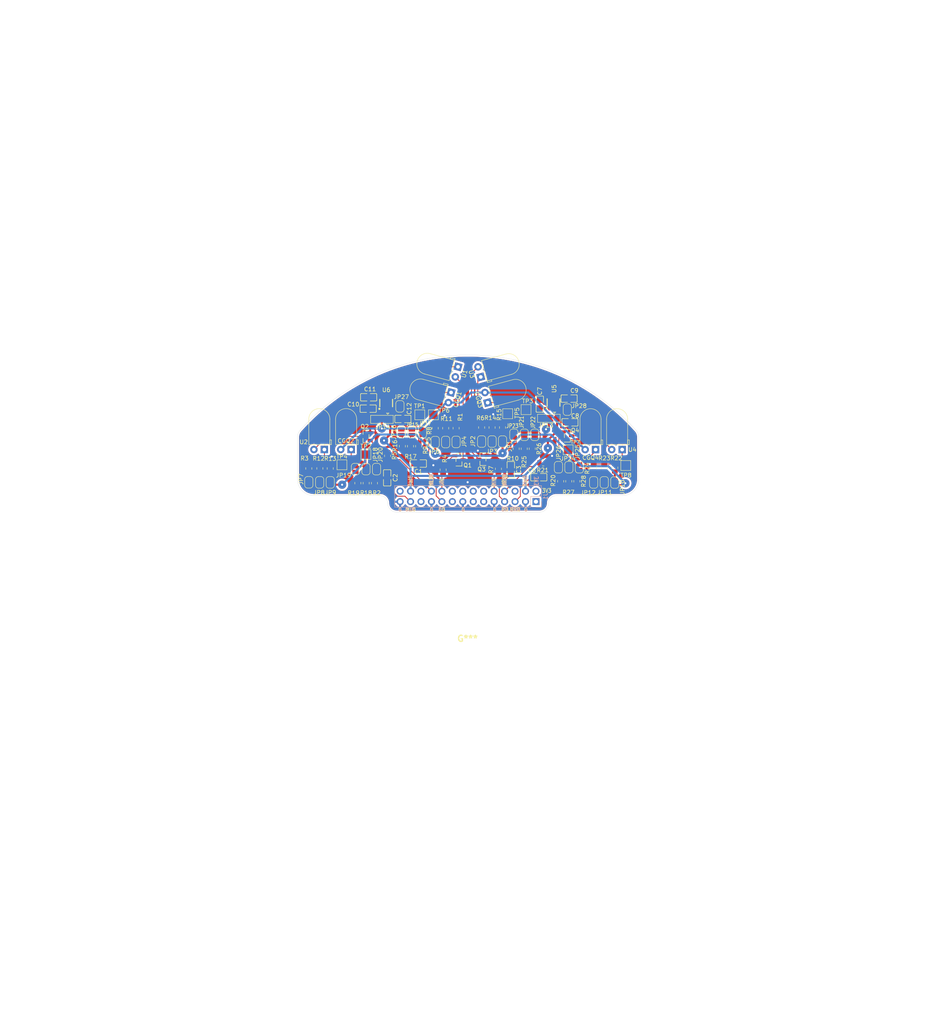
<source format=kicad_pcb>
(kicad_pcb (version 20240108) (generator "pcbnew") (generator_version "8.0")
  (layers (0 "F.Cu" power) (31 "B.Cu" signal) (34 "B.Paste" user) (35 "F.Paste" user) (36 "B.SilkS" user "B.Silkscreen") (37 "F.SilkS" user "F.Silkscreen") (38 "B.Mask" user) (39 "F.Mask" user) (44 "Edge.Cuts" user))
  (net 0 "")
  (net 1 "/Batt")
  (net 10 "GND")
  (net 11 "Net-(U1-A)")
  (net 12 "/Left output")
  (net 13 "/Right output")
  (net 14 "Net-(Q1-C)")
  (net 15 "Net-(Q1-B)")
  (net 16 "Net-(Q2-B)")
  (net 17 "Net-(Q2-C)")
  (net 18 "Net-(Q3-C)")
  (net 19 "Net-(Q3-B)")
  (net 22 "/Left input")
  (net 23 "/Right input")
  (net 24 "Net-(CGQ1-E)")
  (net 25 "Net-(CGQ2-E)")
  (net 26 "Net-(CGQ3-E)")
  (net 27 "Net-(U2-A)")
  (net 28 "Net-(U3-A)")
  (net 29 "Net-(JP1-A)")
  (net 30 "Net-(JP2-A)")
  (net 31 "Net-(JP3-A)")
  (net 32 "Net-(JP4-A)")
  (net 33 "Net-(JP5-A)")
  (net 34 "Net-(JP6-A)")
  (net 35 "Net-(JP7-A)")
  (net 36 "Net-(JP8-A)")
  (net 37 "Net-(JP9-A)")
  (net 38 "/Middle Left output")
  (net 39 "/Middle Left input")
  (net 40 "Net-(CGQ4-E)")
  (net 41 "/Middle Right output")
  (net 42 "Net-(JP10-A)")
  (net 43 "Net-(JP11-A)")
  (net 44 "Net-(JP12-A)")
  (net 45 "Net-(Q4-C)")
  (net 46 "Net-(Q4-B)")
  (net 47 "/Middle Right input")
  (net 48 "Net-(U4-A)")
  (net 51 "/3V3")
  (net 52 "/DetectorIn")
  (net 53 "/EmitterRegulated")
  (net 54 "/DetectorRegulated")
  (net 55 "Net-(U5-C-)")
  (net 56 "Net-(U5-C+)")
  (net 57 "Net-(U6-C-)")
  (net 58 "Net-(U6-C+)")
  (net 59 "/EmitterIn")
  (net 60 "Net-(JP15-A)")
  (net 61 "Net-(JP16-A)")
  (net 62 "Net-(JP17-A)")
  (net 63 "Net-(JP18-A)")
  (net 64 "Net-(JP19-A)")
  (net 65 "Net-(JP20-A)")
  (net 66 "Net-(JP21-A)")
  (net 67 "Net-(JP22-A)")
  (net 68 "Net-(JP23-A)")
  (net 69 "Net-(JP24-A)")
  (net 70 "Net-(JP25-A)")
  (net 71 "Net-(JP26-A)")
  (net 72 "Net-(JP27-B)")
  (net 73 "Net-(JP28-B)")
  (footprint "Resistor_SMD:R_0805_2012Metric" (layer "F.Cu") (at 219.749151 58.987197 90)
    (property "Reference" "R24")
    (property "Value" "68")
  )
  (footprint "easyeda2kicad:C0805" (layer "F.Cu") (at 213.788521 42.200261)
    (property "Reference" "C9")
    (property "Value" "2.2u")
  )
  (footprint "easyeda2kicad:C0805" (layer "F.Cu") (at 177.157605 57.955911)
    (property "Reference" "C1")
    (property "Value" "0.1u")
  )
  (footprint "TestPoint:TestPoint_Pad_2.0x2.0mm" (layer "F.Cu") (at 198.850987 45.871692)
    (property "Reference" "TP5")
    (property "Value" "TestPoint")
  )
  (footprint "Resistor_SMD:R_0805_2012Metric" (layer "F.Cu") (at 213.702336 62.266875 -90)
    (property "Reference" "R27")
    (property "Value" "150")
  )
  (footprint "TestPoint:TestPoint_Pad_2.0x2.0mm" (layer "F.Cu") (at 177.495182 46.137808)
    (property "Reference" "TP1")
    (property "Value" "TestPoint")
  )
  (footprint "Resistor_SMD:R_0805_2012Metric" (layer "F.Cu") (at 166.478154 62.723722 -90)
    (property "Reference" "R2")
    (property "Value" "1k")
  )
  (footprint "easyeda2kicad:C0805" (layer "F.Cu") (at 213.99454 47.967358)
    (property "Reference" "C8")
    (property "Value" "10u")
  )
  (footprint "TestPoint:TestPoint_Pad_2.0x2.0mm" (layer "F.Cu") (at 158.577599 58.268183)
    (property "Reference" "TP4")
    (property "Value" "TestPoint")
  )
  (footprint "Resistor_SMD:R_0805_2012Metric" (layer "F.Cu") (at 164.467929 62.720801 -90)
    (property "Reference" "R18")
    (property "Value" "150")
  )
  (footprint "Resistor_SMD:R_0805_2012Metric" (layer "F.Cu") (at 224.894143 58.998158 90)
    (property "Reference" "R22")
    (property "Value" "68")
  )
  (footprint "Resistor_SMD:R_0805_2012Metric" (layer "F.Cu") (at 183.784976 49.379539 90)
    (property "Reference" "R11")
    (property "Value" "68")
  )
  (footprint "Jumper:SolderJumper-2_P1.3mm_Open_RoundedPad1.0x1.5mm" (layer "F.Cu") (at 202.898175 50.991425 90)
    (property "Reference" "JP21")
    (property "Value" "SolderJumper_2_Open")
  )
  (footprint "easyeda2kicad:C0805" (layer "F.Cu") (at 206.418225 61.284732 180)
    (property "Reference" "C6")
    (property "Value" "0.1u")
  )
  (footprint "LOGO" (layer "F.Cu") (at 189.105038 100.464602)
    (property "Reference" "G***")
    (property "Value" "LOGO" (hide yes))
  )
  (footprint "Jumper:SolderJumper-2_P1.3mm_Open_RoundedPad1.0x1.5mm" (layer "F.Cu") (at 205.438175 50.991425 90)
    (property "Reference" "JP22")
    (property "Value" "SolderJumper_2_Open")
  )
  (footprint "easyeda2kicad:C0805" (layer "F.Cu") (at 173.387391 47.144562)
    (property "Reference" "C12")
    (property "Value" "10u")
  )
  (footprint "Resistor_SMD:R_0805_2012Metric" (layer "F.Cu") (at 173.265018 53.749309 -90)
    (property "Reference" "R16")
    (property "Value" "560")
  )
  (footprint "easyeda2kicad:C0805" (layer "F.Cu") (at 164.95319 44.644623 180)
    (property "Reference" "C10")
    (property "Value" "10u")
  )
  (footprint "Jumper:SolderJumper-2_P1.3mm_Open_RoundedPad1.0x1.5mm" (layer "F.Cu") (at 172.670081 44.092898 90)
    (property "Reference" "JP27")
    (property "Value" "SolderJumper_2_Open")
  )
  (footprint "Jumper:SolderJumper-2_P1.3mm_Open_RoundedPad1.0x1.5mm" (layer "F.Cu") (at 216.276393 58.858259 90)
    (property "Reference" "JP25")
    (property "Value" "SolderJumper_2_Open")
  )
  (footprint "LED_THT:LED_D5.0mm_Horizontal_O1.27mm_Z3.0mm" (layer "F.Cu") (at 160.8252 54.55903 180)
    (property "Reference" "CGQ2")
    (property "Value" "PT333-3B_C5134")
  )
  (footprint "Resistor_SMD:R_0805_2012Metric" (layer "F.Cu") (at 153.213624 59.15026 90)
    (property "Reference" "R12")
    (property "Value" "68")
  )
  (footprint "LED_THT:LED_D5.0mm_Horizontal_O1.27mm_Z3.0mm" (layer "F.Cu") (at 226.680404 54.574658 180)
    (property "Reference" "U4")
    (property "Value" "IR333-A_C264290")
  )
  (footprint "Jumper:SolderJumper-3_P2.0mm_Open_TrianglePad1.0x1.5mm" (layer "F.Cu") (at 208.860091 46.955193 180)
    (property "Reference" "JP13")
    (property "Value" "SolderJumper_3_Open")
  )
  (footprint "Jumper:SolderJumper-2_P1.3mm_Open_RoundedPad1.0x1.5mm" (layer "F.Cu") (at 175.574187 50.362991 90)
    (property "Reference" "JP15")
    (property "Value" "SolderJumper_2_Open")
  )
  (footprint "Jumper:SolderJumper-2_P1.3mm_Open_RoundedPad1.0x1.5mm" (layer "F.Cu") (at 213.345599 44.871379 90)
    (property "Reference" "JP28")
    (property "Value" "SolderJumper_2_Open")
  )
  (footprint "LED_THT:LED_D5.0mm_Horizontal_O1.27mm_Z3.0mm" (layer "F.Cu") (at 193.991153 43.176498 105)
    (property "Reference" "CGQ3")
    (property "Value" "PT333-3B_C5134")
  )
  (footprint "TestPoint:TestPoint_Pad_2.0x2.0mm" (layer "F.Cu") (at 213.552848 54.632582)
    (property "Reference" "TP7")
    (property "Value" "TestPoint")
  )
  (footprint "Jumper:SolderJumper-2_P1.3mm_Open_RoundedPad1.0x1.5mm" (layer "F.Cu") (at 166.986485 59.323073 90)
    (property "Reference" "JP20")
    (property "Value" "SolderJumper_2_Open")
  )
  (footprint "Jumper:SolderJumper-2_P1.3mm_Open_RoundedPad1.0x1.5mm" (layer "F.Cu") (at 150.523881 62.518402 -90)
    (property "Reference" "JP7")
    (property "Value" "SolderJumper_2_Open")
  )
  (footprint "easyeda2kicad:SOT-23-6_L2.9-W1.6-P0.95-LS2.8-BR" (layer "F.Cu") (at 210.001087 43.148323 -90)
    (property "Reference" "U5")
    (property "Value" "TX4310B")
  )
  (footprint "easyeda2kicad:SOT-23-3_L2.9-W1.3-P1.90-LS2.4-BR" (layer "F.Cu") (at 192.845106 56.894032)
    (property "Reference" "Q3")
    (property "Value" "SS8050_C2150")
  )
  (footprint "TestPoint:TestPoint_Pad_2.0x2.0mm" (layer "F.Cu") (at 227.548922 58.444061)
    (property "Reference" "TP8")
    (property "Value" "TestPoint")
  )
  (footprint "easyeda2kicad:SOT-23-3_L2.9-W1.3-P1.90-LS2.4-BR" (layer "F.Cu") (at 187.021166 57.038458 180)
    (property "Reference" "Q1")
    (property "Value" "SS8050_C2150")
  )
  (footprint "Resistor_SMD:R_0805_2012Metric" (layer "F.Cu") (at 195.064381 49.216876 90)
    (property "Reference" "R14")
    (property "Value" "68")
  )
  (footprint "Jumper:SolderJumper-2_P1.3mm_Open_RoundedPad1.0x1.5mm" (layer "F.Cu") (at 164.423382 59.318028 90)
    (property "Reference" "JP18")
    (property "Value" "SolderJumper_2_Open")
  )
  (footprint "Resistor_SMD:R_0805_2012Metric" (layer "F.Cu") (at 197.604381 49.216876 90)
    (property "Reference" "R15")
    (property "Value" "68")
  )
  (footprint "Resistor_SMD:R_0805_2012Metric" (layer "F.Cu") (at 207.474359 57.819683)
    (property "Reference" "R21")
    (property "Value" "100")
  )
  (footprint "TestPoint:TestPoint_Pad_2.0x2.0mm" (layer "F.Cu") (at 164.406353 55.779019)
    (property "Reference" "TP2")
    (property "Value" "TestPoint")
  )
  (footprint "Jumper:SolderJumper-2_P1.3mm_Open_RoundedPad1.0x1.5mm" (layer "F.Cu") (at 224.888835 62.570004 -90)
    (property "Reference" "JP10")
    (property "Value" "SolderJumper_2_Open")
  )
  (footprint "Resistor_SMD:R_0805_2012Metric" (layer "F.Cu") (at 215.662979 62.266875 -90)
    (property "Reference" "R28")
    (property "Value" "560")
  )
  (footprint "Resistor_SMD:R_0805_2012Metric" (layer "F.Cu") (at 175.241983 53.754354 -90)
    (property "Reference" "R17")
    (property "Value" "150")
  )
  (footprint "Jumper:SolderJumper-2_P1.3mm_Open_RoundedPad1.0x1.5mm" (layer "F.Cu") (at 183.777636 52.743571 -90)
    (property "Reference" "JP6")
    (property "Value" "SolderJumper_2_Open")
  )
  (footprint "Resistor_SMD:R_0805_2012Metric" (layer "F.Cu") (at 162.447215 62.720801 -90)
    (property "Reference" "R19")
    (property "Value" "560")
  )
  (footprint "Jumper:SolderJumper-3_P2.0mm_Open_TrianglePad1.0x1.5mm" (layer "F.Cu") (at 168.298639 47.215159 180)
    (property "Reference" "JP14")
    (property "Value" "SolderJumper_3_Open")
  )
  (footprint "LED_THT:LED_D5.0mm_Horizontal_O1.27mm_Z3.0mm" (layer "F.Cu") (at 220.223258 54.580179 180)
    (property "Reference" "CGQ4")
    (property "Value" "PT333-3B_C5134")
  )
  (footprint "Resistor_SMD:R_0805_2012Metric" (layer "F.Cu") (at 150.523878 59.160971 90)
    (property "Reference" "R3")
    (property "Value" "68")
  )
  (footprint "LED_THT:LED_D5.0mm_Horizontal_O1.27mm_Z3.0mm" (layer "F.Cu") (at 192.309943 36.940771 105)
    (property "Reference" "U3")
    (property "Value" "IR333-A_C264290")
  )
  (footprint "easyeda2kicad:C0805" (layer "F.Cu") (at 165.067315 41.884507)
    (property "Reference" "C11")
    (property "Value" "2.2u")
  )
  (footprint "TestPoint:TestPoint_Pad_2.0x2.0mm" (layer "F.Cu") (at 203.320966 44.875525)
    (property "Reference" "TP3")
    (property "Value" "TestPoint")
  )
  (footprint "LED_THT:LED_D5.0mm_Horizontal_O1.27mm_Z3.0mm" (layer "F.Cu") (at 186.784954 34.473617 -105)
    (property "Reference" "U1")
    (property "Value" "IR333-A_C264290")
  )
  (footprint "Jumper:SolderJumper-2_P1.3mm_Open_RoundedPad1.0x1.5mm" (layer "F.Cu") (at 213.736393 58.858259 90)
    (property "Reference" "JP24")
    (property "Value" "SolderJumper_2_Open")
  )
  (footprint "Resistor_SMD:R_0805_2012Metric" (layer "F.Cu") (at 192.524381 49.216876 90)
    (property "Reference" "R6")
    (property "Value" "68")
  )
  (footprint "TestPoint:TestPoint_Pad_2.0x2.0mm" (layer "F.Cu") (at 180.805512 46.137808)
    (property "Reference" "TP6")
    (property "Value" "TestPoint")
  )
  (footprint "easyeda2kicad:C0805" (layer "F.Cu") (at 199.61414 59.447197 -90)
    (property "Reference" "C3")
    (property "Value" "0.1u")
  )
  (footprint "Jumper:SolderJumper-2_P1.3mm_Open_RoundedPad1.0x1.5mm" (layer "F.Cu") (at 173.014404 50.357547 90)
    (property "Reference" "JP16")
    (property "Value" "SolderJumper_2_Open")
  )
  (footprint "LED_THT:LED_D5.0mm_Horizontal_O1.27mm_Z3.0mm" (layer "F.Cu") (at 185.103013 40.711603 -105)
    (property "Reference" "CGQ1")
    (property "Value" "PT333-3B_C5134")
  )
  (footprint "LED_THT:LED_D5.0mm_Horizontal_O1.27mm_Z3.0mm" (layer "F.Cu") (at 154.311726 54.56304 180)
    (property "Reference" "U2")
    (property "Value" "IR333-A_C264290")
  )
  (footprint "Jumper:SolderJumper-2_P1.3mm_Open_RoundedPad1.0x1.5mm" (layer "F.Cu") (at 192.524381 52.620813 -90)
    (property "Reference" "JP2")
    (property "Value" "SolderJumper_2_Open")
  )
  (footprint "easyeda2kicad:SOT-23-6_L2.9-W1.6-P0.95-LS2.8-BR" (layer "F.Cu") (at 169.328866 43.280959 -90)
    (property "Reference" "U6")
    (property "Value" "TX4310B")
  )
  (footprint "Resistor_SMD:R_0805_2012Metric" (layer "F.Cu") (at 200.921048 54.371444 -90)
    (property "Reference" "R10")
    (property "Value" "1k")
  )
  (footprint "easyeda2kicad:C0805" (layer "F.Cu") (at 169.568741 61.435233 -90)
    (property "Reference" "C2")
    (property "Value" "0.1u")
  )
  (footprint "Jumper:SolderJumper-2_P1.3mm_Open_RoundedPad1.0x1.5mm" (layer "F.Cu") (at 186.317633 52.717653 -90)
    (property "Reference" "JP4")
    (property "Value" "SolderJumper_2_Open")
  )
  (footprint "Resistor_SMD:R_0805_2012Metric" (layer "F.Cu") (at 211.732221 62.270092 -90)
    (property "Reference" "R20")
    (property "Value" "1k")
  )
  (footprint "Jumper:SolderJumper-2_P1.3mm_Open_RoundedPad1.0x1.5mm" (layer "F.Cu") (at 222.321647 62.549115 -90)
    (property "Reference" "JP11")
    (property "Value" "SolderJumper_2_Open")
  )
  (footprint "Jumper:SolderJumper-2_P1.3mm_Open_RoundedPad1.0x1.5mm" (layer "F.Cu") (at 197.612196 52.631499 -90)
    (property "Reference" "JP1")
    (property "Value" "SolderJumper_2_Open")
  )
  (footprint "Resistor_SMD:R_0805_2012Metric" (layer "F.Cu") (at 177.212707 53.755015 -90)
    (property "Reference" "R9")
    (property "Value" "1k")
  )
  (footprint "Resistor_SMD:R_0805_2012Metric" (layer "F.Cu") (at 169.670872 56.10044 90)
    (property "Reference" "R5")
    (property "Value" "100")
  )
  (footprint "Resistor_SMD:R_0805_2012Metric" (layer "F.Cu") (at 155.736343 59.161779 90)
    (property "Reference" "R13")
    (property "Value" "68")
  )
  (footprint "Resistor_SMD:R_0805_2012Metric" (layer "F.Cu") (at 202.87547 54.370105 -90)
    (property "Reference" "R25")
    (property "Value" "150")
  )
  (footprint "Resistor_SMD:R_0805_2012Metric" (layer "F.Cu") (at 204.826831 54.370105 -90)
    (property "Reference" "R26")
    (property "Value" "560")
  )
  (footprint "Jumper:SolderJumper-2_P1.3mm_Open_RoundedPad1.0x1.5mm" (layer "F.Cu") (at 153.167552 62.540238 -90)
    (property "Reference" "JP8")
    (property "Value" "SolderJumper_2_Open")
  )
  (footprint "Jumper:SolderJumper-2_P1.3mm_Open_RoundedPad1.0x1.5mm" (layer "F.Cu") (at 155.733468 62.542279 -90)
    (property "Reference" "JP9")
    (property "Value" "SolderJumper_2_Open")
  )
  (footprint "Jumper:SolderJumper-2_P1.3mm_Open_RoundedPad1.0x1.5mm" (layer "F.Cu") (at 178.137291 50.362991 90)
    (property "Reference" "JP17")
    (property "Value" "SolderJumper_2_Open")
  )
  (footprint "Jumper:SolderJumper-2_P1.3mm_Open_RoundedPad1.0x1.5mm" (layer "F.Cu") (at 219.749151 62.549115 -90)
    (property "Reference" "JP12")
    (property "Value" "SolderJumper_2_Open")
  )
  (footprint "Resistor_SMD:R_0805_2012Metric" (layer "F.Cu") (at 181.244976 49.379539 90)
    (property "Reference" "R8")
    (property "Value" "68")
  )
  (footprint "Jumper:SolderJumper-2_P1.3mm_Open_RoundedPad1.0x1.5mm" (layer "F.Cu") (at 181.237638 52.769489 -90)
    (property "Reference" "JP5")
    (property "Value" "SolderJumper_2_Open")
  )
  (footprint "easyeda2kicad:SOT-23-3_L2.9-W1.3-P1.90-LS2.4-BR" (layer "F.Cu") (at 164.430678 51.365083)
    (property "Reference" "Q2")
    (property "Value" "SS8050_C2150")
  )
  (footprint "Resistor_SMD:R_0805_2012Metric" (layer "F.Cu") (at 183.168496 59.471447 90)
    (property "Reference" "R4")
    (property "Value" "100")
  )
  (footprint "easyeda2kicad:SOT-23-3_L2.9-W1.3-P1.90-LS2.4-BR" (layer "F.Cu") (at 213.37101 51.218217 180)
    (property "Reference" "Q4")
    (property "Value" "SS8050_C2150")
  )
  (footprint "Jumper:SolderJumper-2_P1.3mm_Open_RoundedPad1.0x1.5mm" (layer "F.Cu") (at 200.358175 50.991425 90)
    (property "Reference" "JP23")
    (property "Value" "SolderJumper_2_Open")
  )
  (footprint "Jumper:SolderJumper-2_P1.3mm_Open_RoundedPad1.0x1.5mm" (layer "F.Cu") (at 161.860677 59.318028 90)
    (property "Reference" "JP19")
    (property "Value" "SolderJumper_2_Open")
  )
  (footprint "Jumper:SolderJumper-2_P1.3mm_Open_RoundedPad1.0x1.5mm" (layer "F.Cu") (at 195.070139 52.620813 -90)
    (property "Reference" "JP3")
    (property "Value" "SolderJumper_2_Open")
  )
  (footprint "Resistor_SMD:R_0805_2012Metric" (layer "F.Cu") (at 222.321647 59.042132 90)
    (property "Reference" "R23")
    (property "Value" "68")
  )
  (footprint "Resistor_SMD:R_0805_2012Metric" (layer "F.Cu") (at 196.603476 59.252831 90)
    (property "Reference" "R7")
    (property "Value" "100")
  )
  (footprint "easyeda2kicad:C0805" (layer "F.Cu") (at 206.663647 43.541154 90)
    (property "Reference" "C7")
    (property "Value" "10u")
  )
  (footprint "Resistor_SMD:R_0805_2012Metric" (layer "F.Cu") (at 186.324976 49.379539 90)
    (property "Reference" "R1")
    (property "Value" "68")
  )
  (footprint "Jumper:SolderJumper-2_P1.3mm_Open_RoundedPad1.0x1.5mm" (layer "F.Cu") (at 211.196393 58.858259 90)
    (property "Reference" "JP26")
    (property "Value" "SolderJumper_2_Open")
  )
  (footprint "Connector_PinHeader_2.54mm:PinHeader_2x14_P2.54mm_Vertical" (layer "B.Cu") (at 205.730422 67.21248 90)
    (property "Reference" "J1")
    (property "Value" "Conn_02x14_Odd_Even")
  )
  (gr_arc (start 147.780426 51.562868) (mid 147.971277 50.603437) (end 148.514746 49.790064) (stroke (width 0.05)) (layer "Edge.Cuts"))
  (gr_line (start 230.680424 51.563804) (end 230.680424 61.793998) (stroke (width 0.05)) (layer "Edge.Cuts"))
  (gr_arc (start 171.873207 69.751544) (mid 170.330025 69.113418) (end 169.690004 67.571) (stroke (width 0.05)) (layer "Edge.Cuts"))
  (gr_line (start 147.780426 51.562868) (end 147.780426 61.793062) (stroke (width 0.05)) (layer "Edge.Cuts"))
  (gr_arc (start 151.719906 65.732542) (mid 148.934283 64.578695) (end 147.780426 61.793062) (stroke (width 0.05)) (layer "Edge.Cuts"))
  (gr_arc (start 208.770853 67.571936) (mid 208.130853 69.114353) (end 206.58765 69.75248) (stroke (width 0.05)) (layer "Edge.Cuts"))
  (gr_arc (start 229.946104 49.791) (mid 230.489579 50.60437) (end 230.680424 51.563804) (stroke (width 0.05)) (layer "Edge.Cuts"))
  (gr_arc (start 167.779443 65.732542) (mid 169.115501 66.256076) (end 169.690004 67.571) (stroke (width 0.05)) (layer "Edge.Cuts"))
  (gr_arc (start 208.770853 67.571936) (mid 209.345378 66.257011) (end 210.681414 65.733478) (stroke (width 0.05)) (layer "Edge.Cuts"))
  (gr_line (start 210.681414 65.733478) (end 226.740944 65.733478) (stroke (width 0.05)) (layer "Edge.Cuts"))
  (gr_line (start 206.58765 69.75248) (end 171.873207 69.751544) (stroke (width 0.05)) (layer "Edge.Cuts"))
  (gr_line (start 167.779443 65.732542) (end 151.719906 65.732542) (stroke (width 0.05)) (layer "Edge.Cuts"))
  (gr_arc (start 230.680424 61.793998) (mid 229.526574 64.579613) (end 226.740944 65.733478) (stroke (width 0.05)) (layer "Edge.Cuts"))
  (gr_arc (start 148.514746 49.790064) (mid 189.230632 31.632565) (end 229.946104 49.791) (stroke (width 0.05)) (layer "Edge.Cuts"))
  (gr_text "G" (at 188.543649 69.597113 0) (layer "B.SilkS") (effects (font (size 0.8 0.8)) (justify left bottom mirror)))
  (gr_text "LO" (at 183.587067 69.597113 0) (layer "B.SilkS") (effects (font (size 0.8 0.8)) (justify left bottom mirror)))
  (gr_text "G" (at 196.211178 69.617344 0) (layer "B.SilkS") (effects (font (size 0.8 0.8)) (justify left bottom mirror)))
  (gr_text "MRO" (at 202.037691 69.617344 0) (layer "B.SilkS") (effects (font (size 0.8 0.8)) (justify left bottom mirror)))
  (gr_text "3V3" (at 206.452587 60.985796 90) (layer "B.SilkS") (effects (font (size 1 0.8)) (justify left bottom mirror)))
  (gr_text "Batt" (at 203.660716 60.702563 90) (layer "B.SilkS") (effects (font (size 1 0.8)) (justify left bottom mirror)))
  (gr_text "G" (at 203.797783 69.617344 0) (layer "B.SilkS") (effects (font (size 0.8 0.8)) (justify left bottom mirror)))
  (gr_text "MLIN" (at 180.921132 60.318175 90) (layer "B.SilkS") (effects (font (size 1 0.8)) (justify left bottom mirror)))
  (gr_text "G" (at 180.876121 69.597113 0) (layer "B.SilkS") (effects (font (size 0.8 0.8)) (justify left bottom mirror)))
  (gr_text "G" (at 173.208592 69.617344 0) (layer "B.SilkS") (effects (font (size 0.8 0.8)) (justify left bottom mirror)))
  (gr_text "MLO" (at 176.425312 69.597113 0) (layer "B.SilkS") (effects (font (size 0.8 0.8)) (justify left bottom mirror)))
  (gr_text "Batt" (at 175.822933 60.682332 90) (layer "B.SilkS") (effects (font (size 1 0.8)) (justify left bottom mirror)))
  (gr_text "MRIN" (at 198.724365 60.277713 90) (layer "B.SilkS") (effects (font (size 1 0.8)) (justify left bottom mirror)))
  (gr_text "LIN" (at 183.490462 61.26903 90) (layer "B.SilkS") (effects (font (size 1 0.8)) (justify left bottom mirror)))
  (gr_text "RO" (at 199.02328 69.617344 0) (layer "B.SilkS") (effects (font (size 0.8 0.8)) (justify left bottom mirror)))
  (gr_text "RIN" (at 196.114573 61.188106 90) (layer "B.SilkS") (effects (font (size 1 0.8)) (justify left bottom mirror)))
  (gr_text "MRO" (at 199.288314 69.59508 0) (layer "F.SilkS") (effects (font (size 0.8 0.8)) (justify left bottom)))
  (gr_text "MLIN" (at 180.847321 63.571824 90) (layer "F.SilkS") (effects (font (size 1 0.8)) (justify left bottom)))
  (gr_text "G" (at 179.85649 69.625427 0) (layer "F.SilkS") (effects (font (size 0.8 0.8)) (justify left bottom)))
  (gr_text "G" (at 187.524018 69.625427 0) (layer "F.SilkS") (effects (font (size 0.8 0.8)) (justify left bottom)))
  (gr_text "LO" (at 182.081893 69.59508 0) (layer "F.SilkS") (effects (font (size 0.8 0.8)) (justify left bottom)))
  (gr_text "LIN" (at 183.355958 63.632517 90) (layer "F.SilkS") (effects (font (size 1 0.8)) (justify left bottom)))
  (gr_text "MRIN" (at 198.610092 63.69321 90) (layer "F.SilkS") (effects (font (size 1 0.8)) (justify left bottom)))
  (gr_text "G" (at 195.191547 69.645658 0) (layer "F.SilkS") (effects (font (size 0.8 0.8)) (justify left bottom)))
  (gr_text "MLO" (at 174.040092 69.59508 0) (layer "F.SilkS") (effects (font (size 0.8 0.8)) (justify left bottom)))
  (gr_text "Batt" (at 203.70829 63.652748 90) (layer "F.SilkS") (effects (font (size 1 0.8)) (justify left bottom)))
  (gr_text "G" (at 202.747806 69.625427 0) (layer "F.SilkS") (effects (font (size 0.8 0.8)) (justify left bottom)))
  (gr_text "Batt" (at 175.789584 63.672979 90) (layer "F.SilkS") (effects (font (size 1 0.8)) (justify left bottom)))
  (gr_text "RO" (at 197.315796 69.564734 0) (layer "F.SilkS") (effects (font (size 0.8 0.8)) (justify left bottom)))
  (gr_text "3V3" (at 207.148036 65.134157 0) (layer "F.SilkS") (effects (font (size 1 0.8)) (justify left bottom)))
  (gr_text "G" (at 172.188961 69.645658 0) (layer "F.SilkS") (effects (font (size 0.8 0.8)) (justify left bottom)))
  (gr_text "RIN" (at 196.121685 63.713441 90) (layer "F.SilkS") (effects (font (size 1 0.8)) (justify left bottom)))
  (segment (start 172.316794 47.215159) (end 172.387391 47.144562) (width 0.5) (layer "F.Cu") (net 1))
  (segment (start 213.345599 45.521379) (end 213.345599 47.616299) (width 0.5) (layer "F.Cu") (net 1))
  (segment (start 170.278866 47.195386) (end 170.298639 47.215159) (width 0.5) (layer "F.Cu") (net 1))
  (segment (start 170.298639 47.215159) (end 170.298639 50.883679) (width 0.5) (layer "F.Cu") (net 1))
  (segment (start 170.298639 50.883679) (end 168.812884 52.369434) (width 0.5) (layer "F.Cu") (net 1))
  (segment (start 211.872256 47.967358) (end 210.860091 46.955193) (width 0.5) (layer "F.Cu") (net 1))
  (segment (start 170.298639 47.215159) (end 172.316794 47.215159) (width 0.5) (layer "F.Cu") (net 1))
  (segment (start 212.99454 47.967358) (end 211.872256 47.967358) (width 0.5) (layer "F.Cu") (net 1))
  (segment (start 172.387391 47.144562) (end 172.387391 45.025588) (width 0.5) (layer "F.Cu") (net 1))
  (segment (start 210.860091 46.955193) (end 210.860091 50.067438) (width 0.5) (layer "F.Cu") (net 1))
  (segment (start 213.345599 47.616299) (end 212.99454 47.967358) (width 0.5) (layer "F.Cu") (net 1))
  (segment (start 210.860091 50.067438) (end 208.626594 52.300935) (width 0.5) (layer "F.Cu") (net 1))
  (segment (start 172.387391 45.025588) (end 172.670081 44.742898) (width 0.5) (layer "F.Cu") (net 1))
  (segment (start 208.626594 52.300935) (end 208.626594 54.206407) (width 0.5) (layer "F.Cu") (net 1))
  (via (at 208.626594 54.206407) (size 2) (drill 0.5) (layers "F.Cu" "B.Cu") (net 1))
  (via (at 168.812884 52.369434) (size 2) (drill 0.5) (layers "F.Cu" "B.Cu") (net 1))
  (segment (start 203.190422 60.96) (end 175.250422 60.96) (width 0.5) (layer "B.Cu") (net 1))
  (segment (start 175.250422 64.67248) (end 175.250422 60.96) (width 0.5) (layer "B.Cu") (net 1))
  (segment (start 175.250422 60.96) (end 175.250422 58.806972) (width 0.5) (layer "B.Cu") (net 1))
  (segment (start 203.190422 60.96) (end 203.190422 60.67248) (width 0.5) (layer "B.Cu") (net 1))
  (segment (start 203.190422 60.67248) (end 208.626594 55.236308) (width 0.5) (layer "B.Cu") (net 1))
  (segment (start 208.626594 54.206407) (end 208.626594 55.236308) (width 0.5) (layer "B.Cu") (net 1))
  (segment (start 175.250422 58.806972) (end 168.812884 52.369434) (width 0.5) (layer "B.Cu") (net 1))
  (segment (start 203.190422 64.67248) (end 203.190422 60.96) (width 0.5) (layer "B.Cu") (net 1))
  (segment (start 168.91753 43.619623) (end 164.97819 43.619623) (width 0.3) (layer "F.Cu") (net 10))
  (segment (start 169.328866 44.030959) (end 168.91753 43.619623) (width 0.3) (layer "F.Cu") (net 10))
  (segment (start 169.328866 44.630959) (end 169.328866 44.030959) (width 0.3) (layer "F.Cu") (net 10))
  (segment (start 207.720816 43.598323) (end 206.663647 42.541154) (width 0.3) (layer "F.Cu") (net 10))
  (segment (start 209.951087 43.598323) (end 207.720816 43.598323) (width 0.3) (layer "F.Cu") (net 10))
  (segment (start 164.97819 43.619623) (end 163.95319 44.644623) (width 0.3) (layer "F.Cu") (net 10))
  (segment (start 210.001087 43.648323) (end 209.951087 43.598323) (width 0.3) (layer "F.Cu") (net 10))
  (segment (start 210.001087 44.498323) (end 210.001087 43.648323) (width 0.3) (layer "F.Cu") (net 10))
  (via (at 189.126812 62.494018) (size 1) (drill 0.5) (layers "F.Cu" "B.Cu") (net 10))
  (via (at 209.642109 56.104788) (size 1) (drill 0.5) (layers "F.Cu" "B.Cu") (net 10))
  (via (at 156.097344 56.25619) (size 1) (drill 0.5) (layers "F.Cu" "B.Cu") (net 10))
  (via (at 180.791339 58.370762) (size 1) (drill 0.5) (layers "F.Cu" "B.Cu") (net 10))
  (via (at 191.608152 54.823602) (size 1) (drill 0.5) (layers "F.Cu" "B.Cu") (net 10))
  (via (at 195.335857 45.993396) (size 1) (drill 0.5) (layers "F.Cu" "B.Cu") (net 10))
  (via (at 183.535113 46.299909) (size 1) (drill 0.5) (layers "F.Cu" "B.Cu") (net 10))
  (segment (start 185.557067 38.942632) (end 186.406766 38.942632) (width 0.2) (layer "F.Cu") (net 11))
  (segment (start 186.324976 48.467039) (end 183.784976 48.467039) (width 0.2) (layer "F.Cu") (net 11))
  (segment (start 181.244976 46.577272) (end 180.805512 46.137808) (width 0.2) (layer "F.Cu") (net 11))
  (segment (start 186.247754 34.473617) (end 184.692714 34.473617) (width 0.2) (layer "F.Cu") (net 11))
  (segment (start 183.784976 48.467039) (end 181.244976 48.467039) (width 0.2) (layer "F.Cu") (net 11))
  (segment (start 186.406766 38.942632) (end 187.074387 39.610253) (width 0.2) (layer "F.Cu") (net 11))
  (segment (start 184.1409 35.025431) (end 184.1409 37.526465) (width 0.2) (layer "F.Cu") (net 11))
  (segment (start 184.1409 37.526465) (end 185.557067 38.942632) (width 0.2) (layer "F.Cu") (net 11))
  (segment (start 187.074387 39.610253) (end 187.074387 47.717628) (width 0.2) (layer "F.Cu") (net 11))
  (segment (start 184.692714 34.473617) (end 184.1409 35.025431) (width 0.2) (layer "F.Cu") (net 11))
  (segment (start 181.244976 48.467039) (end 181.244976 46.577272) (width 0.2) (layer "F.Cu") (net 11))
  (segment (start 187.074387 47.717628) (end 186.324976 48.467039) (width 0.2) (layer "F.Cu") (net 11))
  (segment (start 181.244976 48.467039) (end 181.237261 48.467039) (width 0.2) (layer "F.Cu") (net 11))
  (segment (start 181.237261 48.467039) (end 181.219488 48.449266) (width 0.2) (layer "F.Cu") (net 11))
  (segment (start 181.480422 65.82248) (end 181.480422 62.153728) (width 0.2) (layer "F.Cu") (net 12))
  (segment (start 181.480422 62.153728) (end 178.157605 58.830911) (width 0.2) (layer "F.Cu") (net 12))
  (segment (start 182.870422 67.21248) (end 181.480422 65.82248) (width 0.2) (layer "F.Cu") (net 12))
  (segment (start 178.157605 57.955911) (end 178.157605 58.830911) (width 0.2) (layer "F.Cu") (net 12))
  (segment (start 199.61414 60.57016) (end 199.61414 60.447197) (width 0.2) (layer "F.Cu") (net 13))
  (segment (start 196.844198 65.946256) (end 196.844198 63.340102) (width 0.2) (layer "F.Cu") (net 13))
  (segment (start 196.844198 63.340102) (end 199.61414 60.57016) (width 0.2) (layer "F.Cu") (net 13))
  (segment (start 198.110422 67.21248) (end 196.844198 65.946256) (width 0.2) (layer "F.Cu") (net 13))
  (segment (start 188.021166 57.038458) (end 188.021166 38.820681) (width 0.2) (layer "F.Cu") (net 14))
  (segment (start 188.021166 38.820681) (end 186.127554 36.927069) (width 0.2) (layer "F.Cu") (net 14))
  (segment (start 186.021166 56.088458) (end 185.638985 56.088458) (width 0.2) (layer "F.Cu") (net 15))
  (segment (start 185.638985 56.088458) (end 183.168496 58.558947) (width 0.2) (layer "F.Cu") (net 15))
  (segment (start 169.670872 55.18794) (end 168.303535 55.18794) (width 0.2) (layer "F.Cu") (net 16))
  (segment (start 169.670872 55.18794) (end 169.670872 55.087823) (width 0.2) (layer "F.Cu") (net 16))
  (segment (start 168.303535 55.18794) (end 165.430678 52.315083) (width 0.2) (layer "F.Cu") (net 16))
  (segment (start 163.430678 51.365083) (end 154.975423 51.365083) (width 0.2) (layer "F.Cu") (net 17))
  (segment (start 154.975423 51.365083) (end 151.549775 54.790731) (width 0.2) (layer "F.Cu") (net 17))
  (segment (start 191.652543 34.487319) (end 190.0733 36.066562) (width 0.2) (layer "F.Cu") (net 18))
  (segment (start 190.0733 36.066562) (end 190.0733 36.83) (width 0.2) (layer "F.Cu") (net 18))
  (segment (start 190.0733 55.122226) (end 190.0733 36.83) (width 0.2) (layer "F.Cu") (net 18))
  (segment (start 191.845106 56.894032) (end 190.0733 55.122226) (width 0.2) (layer "F.Cu") (net 18))
  (segment (start 193.845106 57.844032) (end 196.107177 57.844032) (width 0.2) (layer "F.Cu") (net 19))
  (segment (start 196.107177 57.844032) (end 196.603476 58.340331) (width 0.2) (layer "F.Cu") (net 19))
  (segment (start 182.870422 60.682021) (end 183.168496 60.383947) (width 0.2) (layer "F.Cu") (net 22))
  (segment (start 182.870422 64.67248) (end 182.870422 60.682021) (width 0.2) (layer "F.Cu") (net 22))
  (segment (start 195.570422 61.198385) (end 196.603476 60.165331) (width 0.2) (layer "F.Cu") (net 23))
  (segment (start 195.570422 64.67248) (end 195.570422 61.198385) (width 0.2) (layer "F.Cu") (net 23))
  (segment (start 173.019848 49.712991) (end 173.014404 49.707547) (width 0.2) (layer "F.Cu") (net 24))
  (segment (start 178.447622 56.674492) (end 177.439023 56.674492) (width 0.2) (layer "F.Cu") (net 24))
  (segment (start 177.495182 49.408173) (end 177.8 49.712991) (width 0.2) (layer "F.Cu") (net 24))
  (segment (start 179.679743 55.442371) (end 178.447622 56.674492) (width 0.2) (layer "F.Cu") (net 24))
  (segment (start 178.137291 49.712991) (end 179.601734 49.712991) (width 0.2) (layer "F.Cu") (net 24))
  (segment (start 182.921387 40.711603) (end 177.495182 46.137808) (width 0.2) (layer "F.Cu") (net 24))
  (segment (start 178.137291 49.712991) (end 175.574187 49.712991) (width 0.2) (layer "F.Cu") (net 24))
  (segment (start 179.601734 49.712991) (end 179.679743 49.791) (width 0.2) (layer "F.Cu") (net 24))
  (segment (start 179.679743 49.791) (end 179.679743 55.442371) (width 0.2) (layer "F.Cu") (net 24))
  (segment (start 177.495182 46.137808) (end 177.495182 49.408173) (width 0.2) (layer "F.Cu") (net 24))
  (segment (start 175.574187 49.712991) (end 173.019848 49.712991) (width 0.2) (layer "F.Cu") (net 24))
  (segment (start 185.103013 40.711603) (end 182.921387 40.711603) (width 0.2) (layer "F.Cu") (net 24))
  (segment (start 177.439023 56.674492) (end 176.157605 57.955911) (width 0.2) (layer "F.Cu") (net 24))
  (segment (start 160.8252 54.55903) (end 160.8252 57.632551) (width 0.2) (layer "F.Cu") (net 25))
  (segment (start 167.801536 58.668028) (end 166.98144 58.668028) (width 0.2) (layer "F.Cu") (net 25))
  (segment (start 164.423382 58.668028) (end 166.98144 58.668028) (width 0.2) (layer "F.Cu") (net 25))
  (segment (start 166.98144 58.668028) (end 166.986485 58.673073) (width 0.2) (layer "F.Cu") (net 25))
  (segment (start 164.423382 58.668028) (end 164.423382 55.796048) (width 0.2) (layer "F.Cu") (net 25))
  (segment (start 160.8252 57.632551) (end 161.860677 58.668028) (width 0.2) (layer "F.Cu") (net 25))
  (segment (start 169.568741 60.435233) (end 167.801536 58.668028) (width 0.2) (layer "F.Cu") (net 25))
  (segment (start 161.860677 58.668028) (end 164.423382 58.668028) (width 0.2) (layer "F.Cu") (net 25))
  (segment (start 164.423382 55.796048) (end 164.406353 55.779019) (width 0.2) (layer "F.Cu") (net 25))
  (segment (start 200.358175 50.341425) (end 202.898175 50.341425) (width 0.2) (layer "F.Cu") (net 26))
  (segment (start 199.61414 58.447197) (end 200.258682 57.802655) (width 0.2) (layer "F.Cu") (net 26))
  (segment (start 203.320966 49.493084) (end 203.320966 44.875525) (width 0.2) (layer "F.Cu") (net 26))
  (segment (start 206.082336 56.262159) (end 206.082336 52.944025) (width 0.2) (layer "F.Cu") (net 26))
  (segment (start 206.753584 50.615337) (end 206.479671 50.341425) (width 0.2) (layer "F.Cu") (net 26))
  (segment (start 205.438175 50.341425) (end 202.898175 50.341425) (width 0.2) (layer "F.Cu") (net 26))
  (segment (start 202.898175 49.915875) (end 203.320966 49.493084) (width 0.2) (layer "F.Cu") (net 26))
  (segment (start 202.898175 50.341425) (end 202.898175 49.915875) (width 0.2) (layer "F.Cu") (net 26))
  (segment (start 200.258682 57.802655) (end 204.54184 57.802655) (width 0.2) (layer "F.Cu") (net 26))
  (segment (start 204.54184 57.802655) (end 206.082336 56.262159) (width 0.2) (layer "F.Cu") (net 26))
  (segment (start 206.479671 50.341425) (end 205.438175 50.341425) (width 0.2) (layer "F.Cu") (net 26))
  (segment (start 206.753584 52.272777) (end 206.753584 50.615337) (width 0.2) (layer "F.Cu") (net 26))
  (segment (start 206.082336 52.944025) (end 206.753584 52.272777) (width 0.2) (layer "F.Cu") (net 26))
  (segment (start 201.621939 43.176498) (end 203.320966 44.875525) (width 0.2) (layer "F.Cu") (net 26))
  (segment (start 193.991153 43.176498) (end 201.621939 43.176498) (width 0.2) (layer "F.Cu") (net 26))
  (segment (start 155.736343 58.249279) (end 156.215021 58.249279) (width 0.2) (layer "F.Cu") (net 27))
  (segment (start 156.215021 58.249279) (end 156.233925 58.268183) (width 0.2) (layer "F.Cu") (net 27))
  (segment (start 156.233925 58.268183) (end 158.577599 58.268183) (width 0.2) (layer "F.Cu") (net 27))
  (segment (start 154.311726 57.411) (end 154.311726 54.56304) (width 0.2) (layer "F.Cu") (net 27))
  (segment (start 155.736343 58.249279) (end 153.225143 58.249279) (width 0.2) (layer "F.Cu") (net 27))
  (segment (start 153.213624 58.23776) (end 153.484966 58.23776) (width 0.2) (layer "F.Cu") (net 27))
  (segment (start 153.225143 58.249279) (end 153.213624 58.23776) (width 0.2) (layer "F.Cu") (net 27))
  (segment (start 153.484966 58.23776) (end 154.311726 57.411) (width 0.2) (layer "F.Cu") (net 27))
  (segment (start 153.213624 58.23776) (end 150.511548 58.23776) (width 0.2) (layer "F.Cu") (net 27))
  (segment (start 197.613868 48.294889) (end 197.604381 48.304376) (width 0.2) (layer "F.Cu") (net 28))
  (segment (start 191.596553 37.654161) (end 192.309943 36.940771) (width 0.2) (layer "F.Cu") (net 28))
  (segment (start 192.524381 48.304376) (end 195.064381 48.304376) (width 0.2) (layer "F.Cu") (net 28))
  (segment (start 197.604381 48.304376) (end 197.604381 47.118298) (width 0.2) (layer "F.Cu") (net 28))
  (segment (start 197.604381 47.118298) (end 198.850987 45.871692) (width 0.2) (layer "F.Cu") (net 28))
  (segment (start 192.524381 48.304376) (end 191.596553 47.376548) (width 0.2) (layer "F.Cu") (net 28))
  (segment (start 195.064381 48.304376) (end 197.604381 48.304376) (width 0.2) (layer "F.Cu") (net 28))
  (segment (start 191.596553 47.376548) (end 191.596553 37.654161) (width 0.2) (layer "F.Cu") (net 28))
  (segment (start 197.612196 51.981499) (end 197.612196 50.137191) (width 0.5) (layer "F.Cu") (net 29))
  (segment (start 197.612196 50.137191) (end 197.604381 50.129376) (width 0.5) (layer "F.Cu") (net 29))
  (segment (start 192.524381 51.970813) (end 192.524381 50.129376) (width 0.5) (layer "F.Cu") (net 30))
  (segment (start 195.070139 51.970813) (end 195.070139 50.135134) (width 0.5) (layer "F.Cu") (net 31))
  (segment (start 195.070139 50.135134) (end 195.064381 50.129376) (width 0.5) (layer "F.Cu") (net 31))
  (segment (start 186.324976 50.292039) (end 186.324976 52.06031) (width 0.5) (layer "F.Cu") (net 32))
  (segment (start 186.324976 52.06031) (end 186.317633 52.067653) (width 0.5) (layer "F.Cu") (net 32))
  (segment (start 181.244976 52.112151) (end 181.237638 52.119489) (width 0.5) (layer "F.Cu") (net 33))
  (segment (start 181.244976 50.292039) (end 181.244976 52.112151) (width 0.5) (layer "F.Cu") (net 33))
  (segment (start 183.784976 50.292039) (end 183.784976 52.086231) (width 0.5) (layer "F.Cu") (net 34))
  (segment (start 183.784976 52.086231) (end 183.777636 52.093571) (width 0.5) (layer "F.Cu") (net 34))
  (segment (start 150.523878 61.868399) (end 150.523881 61.868402) (width 0.2) (layer "F.Cu") (net 35))
  (segment (start 150.523881 60.073474) (end 150.523878 60.073471) (width 0.5) (layer "F.Cu") (net 35))
  (segment (start 150.523881 61.868402) (end 150.523881 60.073474) (width 0.5) (layer "F.Cu") (net 35))
  (segment (start 153.213624 61.844166) (end 153.167552 61.890238) (width 0.2) (layer "F.Cu") (net 36))
  (segment (start 153.167552 60.108832) (end 153.213624 60.06276) (width 0.5) (layer "F.Cu") (net 36))
  (segment (start 153.167552 61.890238) (end 153.167552 60.108832) (width 0.5) (layer "F.Cu") (net 36))
  (segment (start 155.733468 60.077154) (end 155.736343 60.074279) (width 0.5) (layer "F.Cu") (net 37))
  (segment (start 155.736343 61.889404) (end 155.733468 61.892279) (width 0.2) (layer "F.Cu") (net 37))
  (segment (start 155.733468 61.892279) (end 155.733468 60.077154) (width 0.5) (layer "F.Cu") (net 37))
  (segment (start 169.586746 62.510733) (end 169.586746 63.415733) (width 0.2) (layer "F.Cu") (net 38))
  (segment (start 169.586746 63.415733) (end 172.068993 65.89798) (width 0.2) (layer "F.Cu") (net 38))
  (segment (start 173.878427 65.89798) (end 175.268427 67.28798) (width 0.2) (layer "F.Cu") (net 38))
  (segment (start 172.068993 65.89798) (end 173.878427 65.89798) (width 0.2) (layer "F.Cu") (net 38))
  (segment (start 172.670882 57.01294) (end 180.330422 64.67248) (width 0.2) (layer "F.Cu") (net 39))
  (segment (start 169.670872 57.01294) (end 172.670882 57.01294) (width 0.2) (layer "F.Cu") (net 39))
  (segment (start 216.276393 58.208259) (end 218.483664 56.000988) (width 0.2) (layer "F.Cu") (net 40))
  (segment (start 210.441393 58.208259) (end 207.418225 61.231427) (width 0.2) (layer "F.Cu") (net 40))
  (segment (start 218.483664 56.000988) (end 219.153778 56.000988) (width 0.2) (layer "F.Cu") (net 40))
  (segment (start 211.196393 58.208259) (end 210.441393 58.208259) (width 0.2) (layer "F.Cu") (net 40))
  (segment (start 213.736393 55.557648) (end 213.600166 55.421421) (width 0.2) (layer "F.Cu") (net 40))
  (segment (start 207.418225 61.231427) (end 207.418225 61.284732) (width 0.2) (layer "F.Cu") (net 40))
  (segment (start 213.736393 54.816127) (end 213.552848 54.632582) (width 0.2) (layer "F.Cu") (net 40))
  (segment (start 213.736393 58.208259) (end 213.736393 54.816127) (width 0.2) (layer "F.Cu") (net 40))
  (segment (start 220.223258 54.580179) (end 220.223258 54.931507) (width 0.2) (layer "F.Cu") (net 40))
  (segment (start 211.196393 58.208259) (end 213.736393 58.208259) (width 0.2) (layer "F.Cu") (net 40))
  (segment (start 220.223258 54.931507) (end 219.153778 56.000988) (width 0.2) (layer "F.Cu") (net 40))
  (segment (start 216.276393 58.208259) (end 213.736393 58.208259) (width 0.2) (layer "F.Cu") (net 40))
  (segment (start 205.418225 61.284732) (end 204.513225 61.284732) (width 0.2) (layer "F.Cu") (net 41))
  (segment (start 201.934688 65.928214) (end 200.650422 67.21248) (width 0.2) (layer "F.Cu") (net 41))
  (segment (start 204.513225 61.284732) (end 201.934688 63.863269) (width 0.2) (layer "F.Cu") (net 41))
  (segment (start 201.934688 63.863269) (end 201.934688 65.928214) (width 0.2) (layer "F.Cu") (net 41))
  (segment (start 224.888835 61.920004) (end 224.888835 59.915966) (width 0.5) (layer "F.Cu") (net 42))
  (segment (start 224.888835 59.915966) (end 224.894143 59.910658) (width 0.5) (layer "F.Cu") (net 42))
  (segment (start 222.321647 61.899115) (end 222.321647 59.954632) (width 0.5) (layer "F.Cu") (net 43))
  (segment (start 219.749151 61.899115) (end 219.749151 59.899697) (width 0.5) (layer "F.Cu") (net 44))
  (segment (start 224.140404 54.574658) (end 221.225023 51.659277) (width 0.2) (layer "F.Cu") (net 45))
  (segment (start 214.37101 51.218217) (end 220.783963 51.218217) (width 0.2) (layer "F.Cu") (net 45))
  (segment (start 220.783963 51.218217) (end 221.225023 51.659277) (width 0.2) (layer "F.Cu") (net 45))
  (segment (start 211.29581 51.343417) (end 212.37101 50.268217) (width 0.2) (layer "F.Cu") (net 46))
  (segment (start 208.386859 57.819683) (end 209.605842 57.819683) (width 0.2) (layer "F.Cu") (net 46))
  (segment (start 209.605842 57.819683) (end 211.29581 56.129715) (width 0.2) (layer "F.Cu") (net 46))
  (segment (start 211.29581 56.129715) (end 211.29581 51.343417) (width 0.2) (layer "F.Cu") (net 46))
  (segment (start 206.561859 57.819683) (end 205.876873 57.819683) (width 0.2) (layer "F.Cu") (net 47))
  (segment (start 205.015556 58.681) (end 205.876873 57.819683) (width 0.2) (layer "F.Cu") (net 47))
  (segment (start 198.110422 64.67248) (end 204.101902 58.681) (width 0.2) (layer "F.Cu") (net 47))
  (segment (start 204.101902 58.681) (end 205.015556 58.681) (width 0.2) (layer "F.Cu") (net 47))
  (segment (start 226.680404 56.299397) (end 224.894143 58.085658) (width 0.2) (layer "F.Cu") (net 48))
  (segment (start 222.321647 58.129632) (end 222.374668 58.129632) (width 0.2) (layer "F.Cu") (net 48))
  (segment (start 222.374668 58.129632) (end 222.418642 58.085658) (width 0.2) (layer "F.Cu") (net 48))
  (segment (start 226.680404 54.574658) (end 226.680404 56.299397) (width 0.2) (layer "F.Cu") (net 48))
  (segment (start 219.749151 58.074697) (end 222.266712 58.074697) (width 0.2) (layer "F.Cu") (net 48))
  (segment (start 222.266712 58.074697) (end 222.321647 58.129632) (width 0.2) (layer "F.Cu") (net 48))
  (segment (start 227.548922 58.444061) (end 227.548922 57.167915) (width 0.2) (layer "F.Cu") (net 48))
  (segment (start 227.548922 57.167915) (end 226.680404 56.299397) (width 0.2) (layer "F.Cu") (net 48))
  (segment (start 222.418642 58.085658) (end 224.894143 58.085658) (width 0.2) (layer "F.Cu") (net 48))
  (segment (start 168.263773 47.250025) (end 168.298639 47.215159) (width 0.5) (layer "F.Cu") (net 52))
  (segment (start 168.263773 49.456758) (end 168.263773 47.250025) (width 0.5) (layer "F.Cu") (net 52))
  (via (at 168.263773 49.456758) (size 2) (drill 0.5) (layers "F.Cu" "B.Cu") (net 52))
  (segment (start 158.2852 54.55903) (end 163.387472 49.456758) (width 0.5) (layer "B.Cu") (net 52))
  (segment (start 184.445613 43.165055) (end 183.908413 43.165055) (width 0.5) (layer "B.Cu") (net 52))
  (segment (start 177.61671 49.456758) (end 168.263773 49.456758) (width 0.5) (layer "B.Cu") (net 52))
  (segment (start 163.387472 49.456758) (end 168.263773 49.456758) (width 0.5) (layer "B.Cu") (net 52))
  (segment (start 183.908413 43.165055) (end 177.61671 49.456758) (width 0.5) (layer "B.Cu") (net 52))
  (segment (start 184.445613 43.165055) (end 187.5028 43.165055) (width 0.5) (layer "B.Cu") (net 52))
  (segment (start 189.944809 40.723046) (end 193.333753 40.723046) (width 0.5) (layer "B.Cu") (net 52))
  (segment (start 193.333753 40.723046) (end 203.826125 40.723046) (width 0.5) (layer "B.Cu") (net 52))
  (segment (start 203.826125 40.723046) (end 217.683258 54.580179) (width 0.5) (layer "B.Cu") (net 52))
  (segment (start 187.5028 43.165055) (end 189.944809 40.723046) (width 0.5) (layer "B.Cu") (net 52))
  (segment (start 209.051087 44.498323) (end 206.706478 44.498323) (width 0.5) (layer "F.Cu") (net 53))
  (segment (start 206.663647 44.541154) (end 206.663647 46.758749) (width 0.5) (layer "F.Cu") (net 53))
  (segment (start 206.706478 44.498323) (end 206.663647 44.541154) (width 0.5) (layer "F.Cu") (net 53))
  (segment (start 206.663647 46.758749) (end 206.860091 46.955193) (width 0.5) (layer "F.Cu") (net 53))
  (segment (start 166.298639 44.990072) (end 165.95319 44.644623) (width 0.5) (layer "F.Cu") (net 54))
  (segment (start 166.298639 47.215159) (end 166.298639 44.990072) (width 0.5) (layer "F.Cu") (net 54))
  (segment (start 168.378866 44.630959) (end 166.657752 44.630959) (width 0.5) (layer "F.Cu") (net 54))
  (segment (start 166.657752 44.630959) (end 166.298639 44.990072) (width 0.5) (layer "F.Cu") (net 54))
  (segment (start 212.386583 41.798323) (end 212.788521 42.200261) (width 0.2) (layer "F.Cu") (net 55))
  (segment (start 210.951087 41.798323) (end 212.386583 41.798323) (width 0.2) (layer "F.Cu") (net 55))
  (segment (start 209.075977 40.948323) (end 209.051087 40.973213) (width 0.2) (layer "F.Cu") (net 56))
  (segment (start 214.788521 42.200261) (end 214.788521 42.068521) (width 0.2) (layer "F.Cu") (net 56))
  (segment (start 209.051087 40.973213) (end 209.051087 41.798323) (width 0.2) (layer "F.Cu") (net 56))
  (segment (start 213.668323 40.948323) (end 209.075977 40.948323) (width 0.2) (layer "F.Cu") (net 56))
  (segment (start 214.788521 42.068521) (end 213.668323 40.948323) (width 0.2) (layer "F.Cu") (net 56))
  (segment (start 169.757414 40.909507) (end 170.278866 41.430959) (width 0.2) (layer "F.Cu") (net 57))
  (segment (start 170.278866 41.430959) (end 170.278866 41.930959) (width 0.2) (layer "F.Cu") (net 57))
  (segment (start 165.042315 40.909507) (end 169.757414 40.909507) (width 0.2) (layer "F.Cu") (net 57))
  (segment (start 164.067315 41.884507) (end 165.042315 40.909507) (width 0.2) (layer "F.Cu") (net 57))
  (segment (start 166.067315 41.884507) (end 168.332414 41.884507) (width 0.2) (layer "F.Cu") (net 58))
  (segment (start 168.332414 41.884507) (end 168.378866 41.930959) (width 0.2) (layer "F.Cu") (net 58))
  (segment (start 181.236678 55.574588) (end 181.236678 53.418529) (width 0.5) (layer "F.Cu") (net 59))
  (segment (start 208.860091 48.94337) (end 208.165022 49.638439) (width 0.5) (layer "F.Cu") (net 59))
  (segment (start 197.60151 53.270813) (end 197.612196 53.281499) (width 0.5) (layer "F.Cu") (net 59))
  (segment (start 195.070139 53.270813) (end 197.60151 53.270813) (width 0.5) (layer "F.Cu") (net 59))
  (segment (start 155.821722 63.104025) (end 155.733468 63.192279) (width 0.5) (layer "F.Cu") (net 59))
  (segment (start 208.860091 46.955193) (end 208.860091 48.94337) (width 0.5) (layer "F.Cu") (net 59))
  (segment (start 150.699542 63.344063) (end 150.523881 63.168402) (width 0.5) (layer "F.Cu") (net 59))
  (segment (start 186.291715 53.393571) (end 186.317633 53.367653) (width 0.5) (layer "F.Cu") (net 59))
  (segment (start 153.167552 63.190238) (end 150.545717 63.190238) (width 0.5) (layer "F.Cu") (net 59))
  (segment (start 183.751718 53.419489) (end 183.777636 53.393571) (width 0.5) (layer "F.Cu") (net 59))
  (segment (start 195.501368 53.281499) (end 195.438848 53.218979) (width 0.5) (layer "F.Cu") (net 59))
  (segment (start 192.420781 53.374413) (end 192.524381 53.270813) (width 0.5) (layer "F.Cu") (net 59))
  (segment (start 183.777636 53.393571) (end 186.291715 53.393571) (width 0.5) (layer "F.Cu") (net 59))
  (segment (start 219.749151 63.199115) (end 222.321647 63.199115) (width 0.5) (layer "F.Cu") (net 59))
  (segment (start 181.236678 53.418529) (end 181.237638 53.419489) (width 0.5) (layer "F.Cu") (net 59))
  (segment (start 158.622676 63.104025) (end 155.821722 63.104025) (width 0.5) (layer "F.Cu") (net 59))
  (segment (start 181.237638 53.419489) (end 183.751718 53.419489) (width 0.5) (layer "F.Cu") (net 59))
  (segment (start 197.615123 53.284426) (end 197.60151 53.270813) (width 0.5) (layer "F.Cu") (net 59))
  (segment (start 153.169593 63.192279) (end 153.167552 63.190238) (width 0.5) (layer "F.Cu") (net 59))
  (segment (start 224.888835 63.220004) (end 226.984526 63.220004) (width 0.5) (layer "F.Cu") (net 59))
  (segment (start 226.984526 63.220004) (end 227.458103 62.746427) (width 0.5) (layer "F.Cu") (net 59))
  (segment (start 197.615123 55.435608) (end 197.615123 53.284426) (width 0.5) (layer "F.Cu") (net 59))
  (segment (start 224.867946 63.199115) (end 224.888835 63.220004) (width 0.5) (layer "F.Cu") (net 59))
  (segment (start 222.321647 63.199115) (end 224.867946 63.199115) (width 0.5) (layer "F.Cu") (net 59))
  (segment (start 192.524381 53.270813) (end 195.070139 53.270813) (width 0.5) (layer "F.Cu") (net 59))
  (segment (start 150.545717 63.190238) (end 150.523881 63.168402) (width 0.5) (layer "F.Cu") (net 59))
  (segment (start 155.733468 63.192279) (end 153.169593 63.192279) (width 0.5) (layer "F.Cu") (net 59))
  (via (at 197.615123 55.435608) (size 2) (drill 0.5) (layers "F.Cu" "B.Cu") (net 59))
  (via (at 158.622676 63.104025) (size 2) (drill 0.5) (layers "F.Cu" "B.Cu") (net 59))
  (via (at 227.458103 62.746427) (size 2) (drill 0.5) (layers "F.Cu" "B.Cu") (net 59))
  (via (at 181.236678 55.574588) (size 2) (drill 0.5) (layers "F.Cu" "B.Cu") (net 59))
  (via (at 208.165022 49.638439) (size 2) (drill 0.5) (layers "F.Cu" "B.Cu") (net 59))
  (segment (start 207.8533 49.950161) (end 207.8533 50.944665) (width 0.5) (layer "B.Cu") (net 59))
  (segment (start 167.05172 50.919434) (end 164.185057 53.786097) (width 0.5) (layer "B.Cu") (net 59))
  (segment (start 207.8533 50.944665) (end 205.3133 50.944665) (width 0.5) (layer "B.Cu") (net 59))
  (segment (start 197.615123 55.435608) (end 196.976394 56.074337) (width 0.5) (layer "B.Cu") (net 59))
  (segment (start 164.185057 57.541644) (end 158.622676 63.104025) (width 0.5) (layer "B.Cu") (net 59))
  (segment (start 209.322702 50.944665) (end 207.8533 50.944665) (width 0.5) (layer "B.Cu") (net 59))
  (segment (start 196.976394 56.074337) (end 181.736427 56.074337) (width 0.5) (layer "B.Cu") (net 59))
  (segment (start 216.980007 58.60197) (end 209.322702 50.944665) (width 0.5) (layer "B.Cu") (net 59))
  (segment (start 181.736427 56.074337) (end 181.236678 55.574588) (width 0.5) (layer "B.Cu") (net 59))
  (segment (start 205.3133 50.944665) (end 202.106066 50.944665) (width 0.5) (layer "B.Cu") (net 59))
  (segment (start 164.185057 53.786097) (end 164.185057 57.541644) (width 0.5) (layer "B.Cu") (net 59))
  (segment (start 181.236678 55.574588) (end 176.581524 50.919434) (width 0.5) (layer "B.Cu") (net 59))
  (segment (start 227.458103 62.746427) (end 223.313646 58.60197) (width 0.5) (layer "B.Cu") (net 59))
  (segment (start 202.106066 50.944665) (end 197.615123 55.435608) (width 0.5) (layer "B.Cu") (net 59))
  (segment (start 197.615123 55.435608) (end 197.292628 55.435608) (width 0.5) (layer "B.Cu") (net 59))
  (segment (start 176.581524 50.919434) (end 167.05172 50.919434) (width 0.5) (layer "B.Cu") (net 59))
  (segment (start 223.313646 58.60197) (end 216.980007 58.60197) (width 0.5) (layer "B.Cu") (net 59))
  (segment (start 208.165022 49.638439) (end 207.8533 49.950161) (width 0.5) (layer "B.Cu") (net 59))
  (segment (start 175.241983 52.841854) (end 175.241983 51.345195) (width 0.2) (layer "F.Cu") (net 60))
  (segment (start 175.241983 51.345195) (end 175.574187 51.012991) (width 0.2) (layer "F.Cu") (net 60))
  (segment (start 173.265018 52.836809) (end 173.265018 51.258161) (width 0.2) (layer "F.Cu") (net 61))
  (segment (start 173.265018 51.258161) (end 173.014404 51.007547) (width 0.2) (layer "F.Cu") (net 61))
  (segment (start 177.212707 51.937575) (end 178.137291 51.012991) (width 0.2) (layer "F.Cu") (net 62))
  (segment (start 177.212707 52.842515) (end 177.212707 51.937575) (width 0.2) (layer "F.Cu") (net 62))
  (segment (start 164.423382 59.968028) (end 164.423382 61.763754) (width 0.2) (layer "F.Cu") (net 63))
  (segment (start 164.423382 61.763754) (end 164.467929 61.808301) (width 0.2) (layer "F.Cu") (net 63))
  (segment (start 161.860677 59.968028) (end 162.447215 60.554566) (width 0.2) (layer "F.Cu") (net 64))
  (segment (start 162.447215 60.554566) (end 162.447215 61.808301) (width 0.2) (layer "F.Cu") (net 64))
  (segment (start 166.986485 59.973073) (end 166.478154 60.481404) (width 0.2) (layer "F.Cu") (net 65))
  (segment (start 166.478154 60.481404) (end 166.478154 61.811222) (width 0.2) (layer "F.Cu") (net 65))
  (segment (start 202.898175 53.4349) (end 202.87547 53.457605) (width 0.2) (layer "F.Cu") (net 66))
  (segment (start 202.898175 51.641425) (end 202.898175 53.4349) (width 0.2) (layer "F.Cu") (net 66))
  (segment (start 205.438175 51.641425) (end 204.826831 52.252769) (width 0.2) (layer "F.Cu") (net 67))
  (segment (start 204.826831 52.252769) (end 204.826831 53.457605) (width 0.2) (layer "F.Cu") (net 67))
  (segment (start 200.921048 52.204298) (end 200.921048 53.458944) (width 0.2) (layer "F.Cu") (net 68))
  (segment (start 200.358175 51.641425) (end 200.921048 52.204298) (width 0.2) (layer "F.Cu") (net 68))
  (segment (start 213.702336 61.354375) (end 213.702336 59.542316) (width 0.2) (layer "F.Cu") (net 69))
  (segment (start 213.702336 59.542316) (end 213.736393 59.508259) (width 0.2) (layer "F.Cu") (net 69))
  (segment (start 215.662979 61.354375) (end 215.662979 60.121673) (width 0.2) (layer "F.Cu") (net 70))
  (segment (start 215.662979 60.121673) (end 216.276393 59.508259) (width 0.2) (layer "F.Cu") (net 70))
  (segment (start 211.732221 61.357592) (end 211.732221 60.044087) (width 0.2) (layer "F.Cu") (net 71))
  (segment (start 211.732221 60.044087) (end 211.196393 59.508259) (width 0.2) (layer "F.Cu") (net 71))
  (segment (start 170.278866 43.580959) (end 169.328866 42.630959) (width 0.5) (layer "F.Cu") (net 72))
  (segment (start 170.278866 44.630959) (end 170.278866 43.580959) (width 0.5) (layer "F.Cu") (net 72))
  (segment (start 169.328866 42.630959) (end 169.328866 41.930959) (width 0.5) (layer "F.Cu") (net 72))
  (segment (start 170.416927 43.442898) (end 170.278866 43.580959) (width 0.5) (layer "F.Cu") (net 72))
  (segment (start 172.670081 43.442898) (end 170.416927 43.442898) (width 0.5) (layer "F.Cu") (net 72))
  (segment (start 211.228031 44.221379) (end 210.951087 44.498323) (width 0.5) (layer "F.Cu") (net 73))
  (segment (start 210.001087 42.748323) (end 210.860091 43.607327) (width 0.5) (layer "F.Cu") (net 73))
  (segment (start 210.860091 44.711) (end 210.860091 44.589319) (width 0.5) (layer "F.Cu") (net 73))
  (segment (start 210.860091 43.607327) (end 210.860091 44.589319) (width 0.5) (layer "F.Cu") (net 73))
  (segment (start 213.068655 44.498323) (end 213.345599 44.221379) (width 0.2) (layer "F.Cu") (net 73))
  (segment (start 210.001087 41.798323) (end 210.001087 42.748323) (width 0.5) (layer "F.Cu") (net 73))
  (segment (start 213.345599 44.221379) (end 211.228031 44.221379) (width 0.5) (layer "F.Cu") (net 73))
  (segment (start 210.860091 44.589319) (end 210.951087 44.498323) (width 0.5) (layer "F.Cu") (net 73))
  (zone (net 10) (net_name "GND") (layers "F&B.Cu") (connect_pads (clearance 0.5)) (min_thickness 0.25) (fill yes (thermal_gap 0.5) (thermal_bridge_width 0.5))
    (polygon (pts (xy 142.240422 27.65248) (xy 238.760422 27.65248) (xy 238.760422 70.83248) (xy 142.240422 70.83248)))
  )
)
</source>
